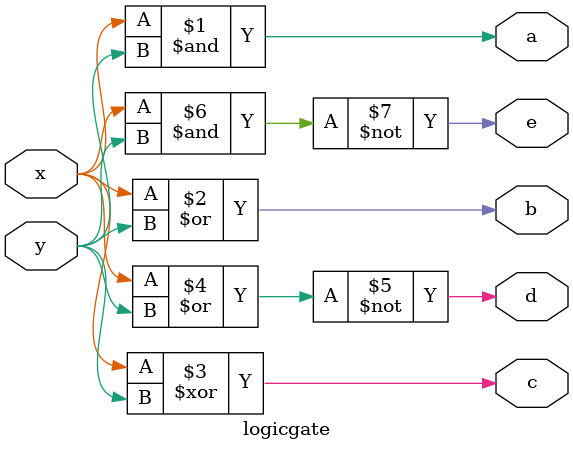
<source format=v>
`timescale 1ns / 1ps


module logicgate(x, y, a, b, c, d, e);
input x, y;
output a, b, c, d, e;

assign a = x & y;
assign b = x | y;
assign c = x ^ y;
assign d = ~ (x | y);
assign e = ~ (x & y);
  
endmodule

</source>
